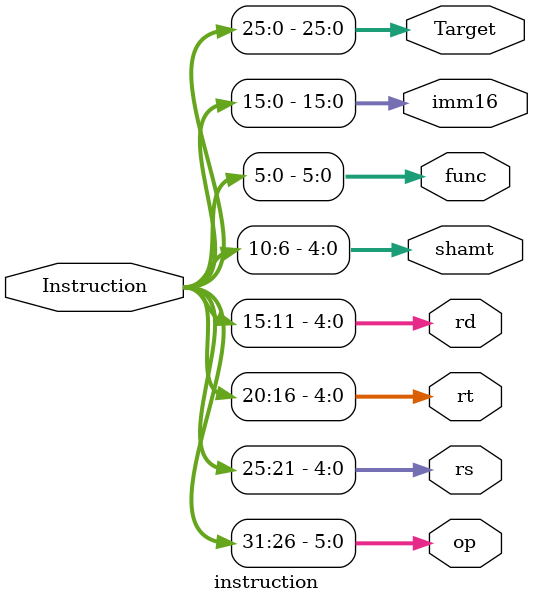
<source format=v>
module instruction(Instruction,op,rs,rt,rd,shamt,func,imm16,Target);
input [31:0] Instruction;
output [31:26] op;
output [25:21] rs;
output [20:16] rt;
output [15:11] rd;
output [10:6] shamt;
output [5:0] func;
output [15:0] imm16;
output [25:0] Target;

assign op=Instruction[31:26];
assign rs=Instruction[25:21];
assign rt=Instruction[20:16];
assign rd=Instruction[15:11];
assign shamt=Instruction[10:6];
assign func=Instruction[5:0];
assign imm16=Instruction[15:0];
assign Target=Instruction[25:0];
    
endmodule

</source>
